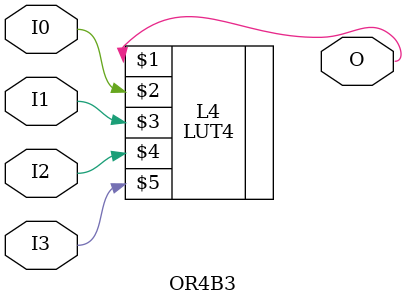
<source format=v>


`timescale  1 ps / 1 ps


module OR4B3 (O, I0, I1, I2, I3);

    output O;

    input  I0, I1, I2, I3;

    LUT4 #(.INIT(16'hFF7F)) L4 (O, I0, I1, I2, I3);

endmodule

</source>
